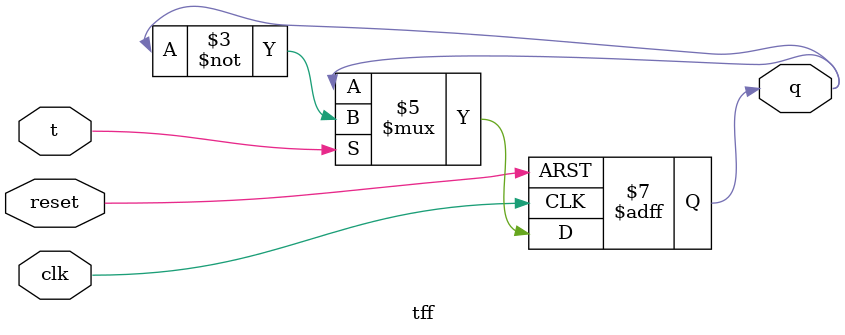
<source format=v>
module tff(t,clk,reset,q);
input t,clk,reset;
output q;
reg q;
always @ (negedge reset or negedge clk)
begin
if(!reset)
q=0;
else
begin
if(t)
q=~q;
end
end
endmodule 


</source>
